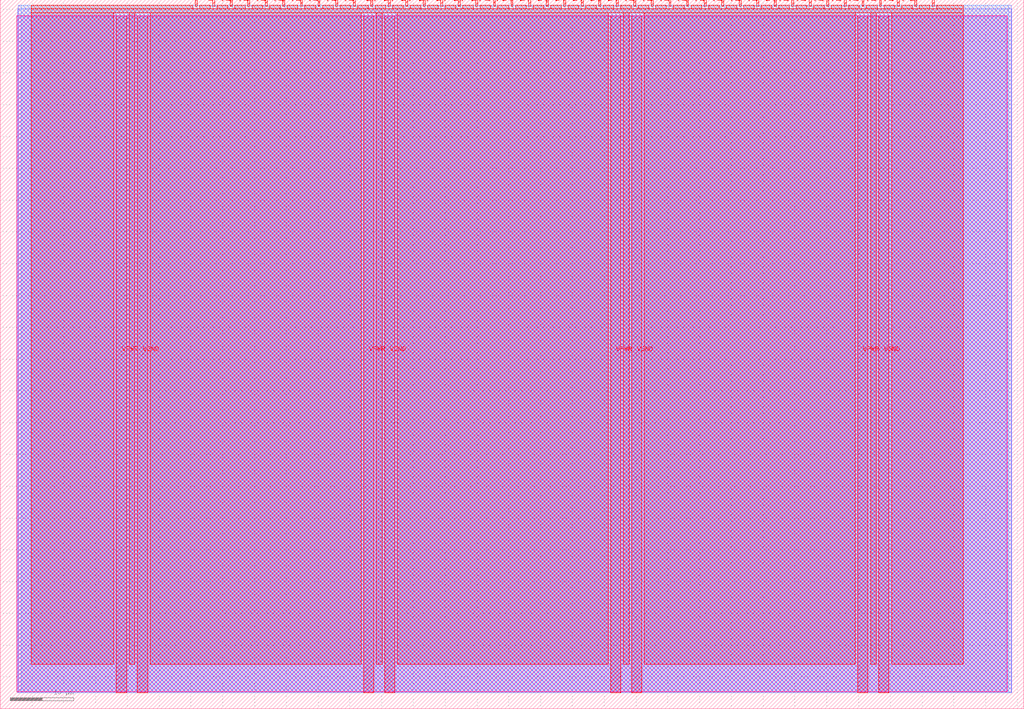
<source format=lef>
VERSION 5.7 ;
  NOWIREEXTENSIONATPIN ON ;
  DIVIDERCHAR "/" ;
  BUSBITCHARS "[]" ;
MACRO tt_um_audio_player
  CLASS BLOCK ;
  FOREIGN tt_um_audio_player ;
  ORIGIN 0.000 0.000 ;
  SIZE 161.000 BY 111.520 ;
  PIN VGND
    DIRECTION INOUT ;
    USE GROUND ;
    PORT
      LAYER met4 ;
        RECT 21.580 2.480 23.180 109.040 ;
    END
    PORT
      LAYER met4 ;
        RECT 60.450 2.480 62.050 109.040 ;
    END
    PORT
      LAYER met4 ;
        RECT 99.320 2.480 100.920 109.040 ;
    END
    PORT
      LAYER met4 ;
        RECT 138.190 2.480 139.790 109.040 ;
    END
  END VGND
  PIN VPWR
    DIRECTION INOUT ;
    USE POWER ;
    PORT
      LAYER met4 ;
        RECT 18.280 2.480 19.880 109.040 ;
    END
    PORT
      LAYER met4 ;
        RECT 57.150 2.480 58.750 109.040 ;
    END
    PORT
      LAYER met4 ;
        RECT 96.020 2.480 97.620 109.040 ;
    END
    PORT
      LAYER met4 ;
        RECT 134.890 2.480 136.490 109.040 ;
    END
  END VPWR
  PIN clk
    DIRECTION INPUT ;
    USE SIGNAL ;
    ANTENNAGATEAREA 0.852000 ;
    PORT
      LAYER met4 ;
        RECT 143.830 110.520 144.130 111.520 ;
    END
  END clk
  PIN ena
    DIRECTION INPUT ;
    USE SIGNAL ;
    ANTENNAGATEAREA 0.213000 ;
    PORT
      LAYER met4 ;
        RECT 146.590 110.520 146.890 111.520 ;
    END
  END ena
  PIN rst_n
    DIRECTION INPUT ;
    USE SIGNAL ;
    ANTENNAGATEAREA 0.196500 ;
    PORT
      LAYER met4 ;
        RECT 141.070 110.520 141.370 111.520 ;
    END
  END rst_n
  PIN ui_in[0]
    DIRECTION INPUT ;
    USE SIGNAL ;
    PORT
      LAYER met4 ;
        RECT 138.310 110.520 138.610 111.520 ;
    END
  END ui_in[0]
  PIN ui_in[1]
    DIRECTION INPUT ;
    USE SIGNAL ;
    PORT
      LAYER met4 ;
        RECT 135.550 110.520 135.850 111.520 ;
    END
  END ui_in[1]
  PIN ui_in[2]
    DIRECTION INPUT ;
    USE SIGNAL ;
    PORT
      LAYER met4 ;
        RECT 132.790 110.520 133.090 111.520 ;
    END
  END ui_in[2]
  PIN ui_in[3]
    DIRECTION INPUT ;
    USE SIGNAL ;
    PORT
      LAYER met4 ;
        RECT 130.030 110.520 130.330 111.520 ;
    END
  END ui_in[3]
  PIN ui_in[4]
    DIRECTION INPUT ;
    USE SIGNAL ;
    PORT
      LAYER met4 ;
        RECT 127.270 110.520 127.570 111.520 ;
    END
  END ui_in[4]
  PIN ui_in[5]
    DIRECTION INPUT ;
    USE SIGNAL ;
    PORT
      LAYER met4 ;
        RECT 124.510 110.520 124.810 111.520 ;
    END
  END ui_in[5]
  PIN ui_in[6]
    DIRECTION INPUT ;
    USE SIGNAL ;
    PORT
      LAYER met4 ;
        RECT 121.750 110.520 122.050 111.520 ;
    END
  END ui_in[6]
  PIN ui_in[7]
    DIRECTION INPUT ;
    USE SIGNAL ;
    PORT
      LAYER met4 ;
        RECT 118.990 110.520 119.290 111.520 ;
    END
  END ui_in[7]
  PIN uio_in[0]
    DIRECTION INPUT ;
    USE SIGNAL ;
    PORT
      LAYER met4 ;
        RECT 116.230 110.520 116.530 111.520 ;
    END
  END uio_in[0]
  PIN uio_in[1]
    DIRECTION INPUT ;
    USE SIGNAL ;
    PORT
      LAYER met4 ;
        RECT 113.470 110.520 113.770 111.520 ;
    END
  END uio_in[1]
  PIN uio_in[2]
    DIRECTION INPUT ;
    USE SIGNAL ;
    PORT
      LAYER met4 ;
        RECT 110.710 110.520 111.010 111.520 ;
    END
  END uio_in[2]
  PIN uio_in[3]
    DIRECTION INPUT ;
    USE SIGNAL ;
    PORT
      LAYER met4 ;
        RECT 107.950 110.520 108.250 111.520 ;
    END
  END uio_in[3]
  PIN uio_in[4]
    DIRECTION INPUT ;
    USE SIGNAL ;
    PORT
      LAYER met4 ;
        RECT 105.190 110.520 105.490 111.520 ;
    END
  END uio_in[4]
  PIN uio_in[5]
    DIRECTION INPUT ;
    USE SIGNAL ;
    PORT
      LAYER met4 ;
        RECT 102.430 110.520 102.730 111.520 ;
    END
  END uio_in[5]
  PIN uio_in[6]
    DIRECTION INPUT ;
    USE SIGNAL ;
    PORT
      LAYER met4 ;
        RECT 99.670 110.520 99.970 111.520 ;
    END
  END uio_in[6]
  PIN uio_in[7]
    DIRECTION INPUT ;
    USE SIGNAL ;
    PORT
      LAYER met4 ;
        RECT 96.910 110.520 97.210 111.520 ;
    END
  END uio_in[7]
  PIN uio_oe[0]
    DIRECTION OUTPUT ;
    USE SIGNAL ;
    PORT
      LAYER met4 ;
        RECT 49.990 110.520 50.290 111.520 ;
    END
  END uio_oe[0]
  PIN uio_oe[1]
    DIRECTION OUTPUT ;
    USE SIGNAL ;
    PORT
      LAYER met4 ;
        RECT 47.230 110.520 47.530 111.520 ;
    END
  END uio_oe[1]
  PIN uio_oe[2]
    DIRECTION OUTPUT ;
    USE SIGNAL ;
    PORT
      LAYER met4 ;
        RECT 44.470 110.520 44.770 111.520 ;
    END
  END uio_oe[2]
  PIN uio_oe[3]
    DIRECTION OUTPUT ;
    USE SIGNAL ;
    PORT
      LAYER met4 ;
        RECT 41.710 110.520 42.010 111.520 ;
    END
  END uio_oe[3]
  PIN uio_oe[4]
    DIRECTION OUTPUT ;
    USE SIGNAL ;
    PORT
      LAYER met4 ;
        RECT 38.950 110.520 39.250 111.520 ;
    END
  END uio_oe[4]
  PIN uio_oe[5]
    DIRECTION OUTPUT ;
    USE SIGNAL ;
    PORT
      LAYER met4 ;
        RECT 36.190 110.520 36.490 111.520 ;
    END
  END uio_oe[5]
  PIN uio_oe[6]
    DIRECTION OUTPUT ;
    USE SIGNAL ;
    PORT
      LAYER met4 ;
        RECT 33.430 110.520 33.730 111.520 ;
    END
  END uio_oe[6]
  PIN uio_oe[7]
    DIRECTION OUTPUT ;
    USE SIGNAL ;
    PORT
      LAYER met4 ;
        RECT 30.670 110.520 30.970 111.520 ;
    END
  END uio_oe[7]
  PIN uio_out[0]
    DIRECTION OUTPUT ;
    USE SIGNAL ;
    PORT
      LAYER met4 ;
        RECT 72.070 110.520 72.370 111.520 ;
    END
  END uio_out[0]
  PIN uio_out[1]
    DIRECTION OUTPUT ;
    USE SIGNAL ;
    PORT
      LAYER met4 ;
        RECT 69.310 110.520 69.610 111.520 ;
    END
  END uio_out[1]
  PIN uio_out[2]
    DIRECTION OUTPUT ;
    USE SIGNAL ;
    PORT
      LAYER met4 ;
        RECT 66.550 110.520 66.850 111.520 ;
    END
  END uio_out[2]
  PIN uio_out[3]
    DIRECTION OUTPUT ;
    USE SIGNAL ;
    PORT
      LAYER met4 ;
        RECT 63.790 110.520 64.090 111.520 ;
    END
  END uio_out[3]
  PIN uio_out[4]
    DIRECTION OUTPUT ;
    USE SIGNAL ;
    PORT
      LAYER met4 ;
        RECT 61.030 110.520 61.330 111.520 ;
    END
  END uio_out[4]
  PIN uio_out[5]
    DIRECTION OUTPUT ;
    USE SIGNAL ;
    PORT
      LAYER met4 ;
        RECT 58.270 110.520 58.570 111.520 ;
    END
  END uio_out[5]
  PIN uio_out[6]
    DIRECTION OUTPUT ;
    USE SIGNAL ;
    PORT
      LAYER met4 ;
        RECT 55.510 110.520 55.810 111.520 ;
    END
  END uio_out[6]
  PIN uio_out[7]
    DIRECTION OUTPUT ;
    USE SIGNAL ;
    PORT
      LAYER met4 ;
        RECT 52.750 110.520 53.050 111.520 ;
    END
  END uio_out[7]
  PIN uo_out[0]
    DIRECTION OUTPUT ;
    USE SIGNAL ;
    ANTENNADIFFAREA 0.891000 ;
    PORT
      LAYER met4 ;
        RECT 94.150 110.520 94.450 111.520 ;
    END
  END uo_out[0]
  PIN uo_out[1]
    DIRECTION OUTPUT ;
    USE SIGNAL ;
    PORT
      LAYER met4 ;
        RECT 91.390 110.520 91.690 111.520 ;
    END
  END uo_out[1]
  PIN uo_out[2]
    DIRECTION OUTPUT ;
    USE SIGNAL ;
    PORT
      LAYER met4 ;
        RECT 88.630 110.520 88.930 111.520 ;
    END
  END uo_out[2]
  PIN uo_out[3]
    DIRECTION OUTPUT ;
    USE SIGNAL ;
    PORT
      LAYER met4 ;
        RECT 85.870 110.520 86.170 111.520 ;
    END
  END uo_out[3]
  PIN uo_out[4]
    DIRECTION OUTPUT ;
    USE SIGNAL ;
    PORT
      LAYER met4 ;
        RECT 83.110 110.520 83.410 111.520 ;
    END
  END uo_out[4]
  PIN uo_out[5]
    DIRECTION OUTPUT ;
    USE SIGNAL ;
    PORT
      LAYER met4 ;
        RECT 80.350 110.520 80.650 111.520 ;
    END
  END uo_out[5]
  PIN uo_out[6]
    DIRECTION OUTPUT ;
    USE SIGNAL ;
    PORT
      LAYER met4 ;
        RECT 77.590 110.520 77.890 111.520 ;
    END
  END uo_out[6]
  PIN uo_out[7]
    DIRECTION OUTPUT ;
    USE SIGNAL ;
    PORT
      LAYER met4 ;
        RECT 74.830 110.520 75.130 111.520 ;
    END
  END uo_out[7]
  OBS
      LAYER nwell ;
        RECT 2.570 2.635 158.430 108.990 ;
      LAYER li1 ;
        RECT 2.760 2.635 158.240 108.885 ;
      LAYER met1 ;
        RECT 2.760 2.480 159.090 110.120 ;
      LAYER met2 ;
        RECT 2.860 2.535 159.060 110.685 ;
      LAYER met3 ;
        RECT 3.285 2.555 158.635 110.665 ;
      LAYER met4 ;
        RECT 4.895 110.120 30.270 110.665 ;
        RECT 31.370 110.120 33.030 110.665 ;
        RECT 34.130 110.120 35.790 110.665 ;
        RECT 36.890 110.120 38.550 110.665 ;
        RECT 39.650 110.120 41.310 110.665 ;
        RECT 42.410 110.120 44.070 110.665 ;
        RECT 45.170 110.120 46.830 110.665 ;
        RECT 47.930 110.120 49.590 110.665 ;
        RECT 50.690 110.120 52.350 110.665 ;
        RECT 53.450 110.120 55.110 110.665 ;
        RECT 56.210 110.120 57.870 110.665 ;
        RECT 58.970 110.120 60.630 110.665 ;
        RECT 61.730 110.120 63.390 110.665 ;
        RECT 64.490 110.120 66.150 110.665 ;
        RECT 67.250 110.120 68.910 110.665 ;
        RECT 70.010 110.120 71.670 110.665 ;
        RECT 72.770 110.120 74.430 110.665 ;
        RECT 75.530 110.120 77.190 110.665 ;
        RECT 78.290 110.120 79.950 110.665 ;
        RECT 81.050 110.120 82.710 110.665 ;
        RECT 83.810 110.120 85.470 110.665 ;
        RECT 86.570 110.120 88.230 110.665 ;
        RECT 89.330 110.120 90.990 110.665 ;
        RECT 92.090 110.120 93.750 110.665 ;
        RECT 94.850 110.120 96.510 110.665 ;
        RECT 97.610 110.120 99.270 110.665 ;
        RECT 100.370 110.120 102.030 110.665 ;
        RECT 103.130 110.120 104.790 110.665 ;
        RECT 105.890 110.120 107.550 110.665 ;
        RECT 108.650 110.120 110.310 110.665 ;
        RECT 111.410 110.120 113.070 110.665 ;
        RECT 114.170 110.120 115.830 110.665 ;
        RECT 116.930 110.120 118.590 110.665 ;
        RECT 119.690 110.120 121.350 110.665 ;
        RECT 122.450 110.120 124.110 110.665 ;
        RECT 125.210 110.120 126.870 110.665 ;
        RECT 127.970 110.120 129.630 110.665 ;
        RECT 130.730 110.120 132.390 110.665 ;
        RECT 133.490 110.120 135.150 110.665 ;
        RECT 136.250 110.120 137.910 110.665 ;
        RECT 139.010 110.120 140.670 110.665 ;
        RECT 141.770 110.120 143.430 110.665 ;
        RECT 144.530 110.120 146.190 110.665 ;
        RECT 147.290 110.120 151.505 110.665 ;
        RECT 4.895 109.440 151.505 110.120 ;
        RECT 4.895 6.975 17.880 109.440 ;
        RECT 20.280 6.975 21.180 109.440 ;
        RECT 23.580 6.975 56.750 109.440 ;
        RECT 59.150 6.975 60.050 109.440 ;
        RECT 62.450 6.975 95.620 109.440 ;
        RECT 98.020 6.975 98.920 109.440 ;
        RECT 101.320 6.975 134.490 109.440 ;
        RECT 136.890 6.975 137.790 109.440 ;
        RECT 140.190 6.975 151.505 109.440 ;
  END
END tt_um_audio_player
END LIBRARY


</source>
